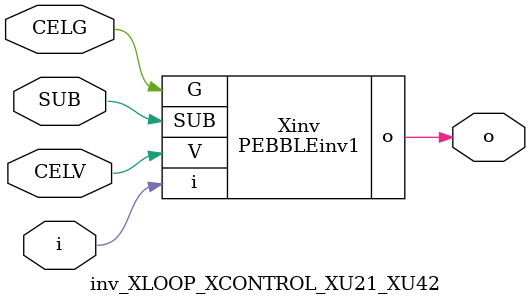
<source format=v>



module PEBBLEinv1 ( o, G, SUB, V, i );

  input V;
  input i;
  input G;
  output o;
  input SUB;
endmodule

//Celera Confidential Do Not Copy inv_XLOOP_XCONTROL_XU21_XU42
//Celera Confidential Symbol Generator
//5V Inverter
module inv_XLOOP_XCONTROL_XU21_XU42 (CELV,CELG,i,o,SUB);
input CELV;
input CELG;
input i;
input SUB;
output o;

//Celera Confidential Do Not Copy inv
PEBBLEinv1 Xinv(
.V (CELV),
.i (i),
.o (o),
.SUB (SUB),
.G (CELG)
);
//,diesize,PEBBLEinv1

//Celera Confidential Do Not Copy Module End
//Celera Schematic Generator
endmodule

</source>
